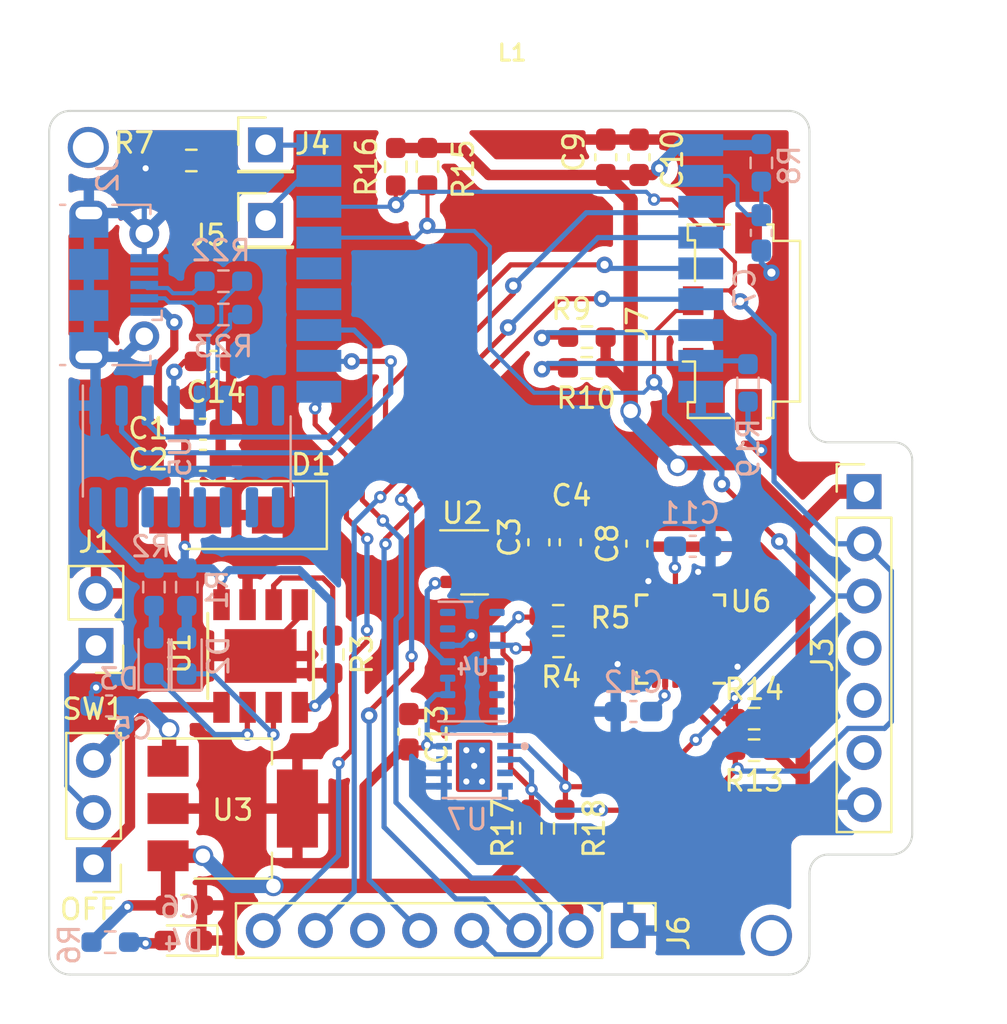
<source format=kicad_pcb>
(kicad_pcb (version 20240108) (generator "pcbnew") (generator_version "8.0")
  (layers (0 "F.Cu" signal) (31 "B.Cu" signal) (34 "B.Paste" user) (35 "F.Paste" user) (36 "B.SilkS" user "底层丝印层") (37 "F.SilkS" user "顶层丝印层") (38 "B.Mask" user) (39 "F.Mask" user) (44 "Edge.Cuts" user))
  (net 0 "")
  (net 1 "+5V")
  (net 2 "GNDA")
  (net 3 "+3V3")
  (net 4 "/VBAT_3.7")
  (net 5 "/C3REST")
  (net 6 "Net-(C11-Pad1)")
  (net 7 "GNDD")
  (net 8 "Net-(C12-Pad1)")
  (net 9 "Net-(D2-Pad1)")
  (net 10 "Net-(D2-Pad2)")
  (net 11 "Net-(D3-Pad1)")
  (net 12 "Net-(D3-Pad2)")
  (net 13 "Net-(D4-Pad2)")
  (net 14 "Net-(J1-Pad1)")
  (net 15 "/USB_D-")
  (net 16 "/USB_D+")
  (net 18 "/GPIO2")
  (net 19 "/GPIO3")
  (net 23 "/GPIO0")
  (net 24 "/GPIO1")
  (net 25 "/GPIO7")
  (net 26 "/GPIO6")
  (net 27 "/GPIO5")
  (net 29 "/GPIO4")
  (net 30 "/GPIO10")
  (net 33 "Net-(R3-Pad1)")
  (net 34 "Net-(R4-Pad2)")
  (net 35 "/GPIO8")
  (net 36 "/GPIO9")
  (net 37 "/MCU_D-")
  (net 38 "/MCU_D+")
  (net 39 "Net-(SW1-Pad1)")
  (net 41 "/U0RXD")
  (net 42 "/U0TXD")
  (net 47 "unconnected-(U7-Pad9)")
  (net 57 "/CH_D+")
  (net 58 "/CH_D-")
  (net 59 "Net-(C14-Pad1)")
  (footprint "Capacitor_SMD:C_0603_1608Metric_Pad1.08x0.95mm_HandSolder" (layer "F.Cu") (at 86.341069 106.46547 90)
    (property "Reference" "C4")
    (property "Value" "10uf")
  )
  (footprint "Connector_PinHeader_2.54mm:PinHeader_1x01_P2.54mm_Vertical" (layer "F.Cu") (at 71.501 87.122)
    (property "Reference" "J4")
    (property "Value" "Conn_01x01")
  )
  (footprint "Diode_SMD:D_SMA_Handsoldering" (layer "F.Cu") (at 70.084 105.141 180)
    (property "Reference" "D1")
    (property "Value" "TVS_SMAJ5")
  )
  (footprint "Package_SO:Diodes_SO-8EP" (layer "F.Cu") (at 71.259 112 -90)
    (property "Reference" "U1")
    (property "Value" "TP4056")
  )
  (footprint "Connector_PinHeader_2.54mm:PinHeader_1x08_P2.54mm_Vertical" (layer "F.Cu") (at 89.167 125.362 -90)
    (property "Reference" "J6")
    (property "Value" "LCD_8Pin")
  )
  (footprint "" (layer "F.Cu") (at 96.139 125.603)
    (property "Reference" "")
    (property "Value" "")
  )
  (footprint "Capacitor_SMD:C_0603_1608Metric_Pad1.08x0.95mm_HandSolder" (layer "F.Cu") (at 68.453 100.965)
    (property "Reference" "C1")
    (property "Value" "0.1uf")
  )
  (footprint "Resistor_SMD:R_0603_1608Metric_Pad0.98x0.95mm_HandSolder" (layer "F.Cu") (at 85.768 111.534)
    (property "Reference" "R4")
    (property "Value" "x")
  )
  (footprint "Capacitor_SMD:C_0603_1608Metric_Pad1.08x0.95mm_HandSolder" (layer "F.Cu") (at 89.692 87.728 90)
    (property "Reference" "C10")
    (property "Value" "10uf")
  )
  (footprint "Resistor_SMD:R_0603_1608Metric_Pad0.98x0.95mm_HandSolder" (layer "F.Cu") (at 87.151979 96.481079 180)
    (property "Reference" "R9")
    (property "Value" "10K")
  )
  (footprint "Capacitor_SMD:C_0603_1608Metric_Pad1.08x0.95mm_HandSolder" (layer "F.Cu") (at 68.961 97.663)
    (property "Reference" "C14")
    (property "Value" "0.1uf")
  )
  (footprint "Resistor_SMD:R_0603_1608Metric_Pad0.98x0.95mm_HandSolder" (layer "F.Cu") (at 74.771 111.922 -90)
    (property "Reference" "R3")
    (property "Value" "4.7K")
  )
  (footprint "Resistor_SMD:R_0603_1608Metric_Pad0.98x0.95mm_HandSolder" (layer "F.Cu") (at 95.297969 115.050986)
    (property "Reference" "R14")
    (property "Value" "x")
  )
  (footprint "Package_TO_SOT_SMD:SOT-23" (layer "F.Cu") (at 81.682 107.444)
    (property "Reference" "U2")
    (property "Value" "XC6206-1.8")
  )
  (footprint "LED_SMD:LED_0603_1608Metric_Pad1.05x0.95mm_HandSolder" (layer "F.Cu") (at 67.495947 125.848 180)
    (property "Reference" "D4")
    (property "Value" "PWR")
  )
  (footprint "Resistor_SMD:R_0603_1608Metric_Pad0.98x0.95mm_HandSolder" (layer "F.Cu") (at 67.884 87.884 180)
    (property "Reference" "R7")
    (property "Value" "0")
  )
  (footprint "Resistor_SMD:R_0603_1608Metric_Pad0.98x0.95mm_HandSolder" (layer "F.Cu") (at 87.14166 97.975057 180)
    (property "Reference" "R10")
    (property "Value" "10K")
  )
  (footprint "Connector_PinHeader_2.54mm:PinHeader_1x03_P2.54mm_Vertical" (layer "F.Cu") (at 63.121 122.16 180)
    (property "Reference" "SW1")
    (property "Value" "SW_SPDT")
  )
  (footprint "Capacitor_SMD:C_0603_1608Metric_Pad1.08x0.95mm_HandSolder" (layer "F.Cu") (at 89.584 106.531 90)
    (property "Reference" "C8")
    (property "Value" "0.1uf")
  )
  (footprint "Connector_PinHeader_2.54mm:PinHeader_1x02_P2.54mm_Vertical" (layer "F.Cu") (at 63.238 111.492 180)
    (property "Reference" "J1")
    (property "Value" "Conn_01x02")
  )
  (footprint "Package_TO_SOT_SMD:SOT-223-3_TabPin2" (layer "F.Cu") (at 69.901 119.425)
    (property "Reference" "U3")
    (property "Value" "TC1262-33")
  )
  (footprint "Capacitor_SMD:C_0603_1608Metric_Pad1.08x0.95mm_HandSolder" (layer "F.Cu") (at 84.812 106.468 90)
    (property "Reference" "C3")
    (property "Value" "0.1uf")
  )
  (footprint "Resistor_SMD:R_0603_1608Metric_Pad0.98x0.95mm_HandSolder" (layer "F.Cu") (at 95.294 116.584)
    (property "Reference" "R13")
    (property "Value" "x")
  )
  (footprint "Connector_PinHeader_2.54mm:PinHeader_1x01_P2.54mm_Vertical" (layer "F.Cu") (at 71.501 90.805)
    (property "Reference" "J5")
    (property "Value" "Conn_01x01")
  )
  (footprint "Capacitor_SMD:C_0603_1608Metric_Pad1.08x0.95mm_HandSolder" (layer "F.Cu") (at 78.479 115.687 90)
    (property "Reference" "C13")
    (property "Value" "0.1uf")
  )
  (footprint "Resistor_SMD:R_0603_1608Metric_Pad0.98x0.95mm_HandSolder" (layer "F.Cu") (at 86.071899 120.392717 -90)
    (property "Reference" "R18")
    (property "Value" "x")
  )
  (footprint "Connector_PinHeader_2.54mm:PinHeader_1x07_P2.54mm_Vertical" (layer "F.Cu") (at 100.649 104)
    (property "Reference" "J3")
    (property "Value" "MAX30102_Module")
  )
  (footprint "Sensor_Motion:InvenSense_QFN-24_4x4mm_P0.5mm" (layer "F.Cu") (at 91.713 111.177 180)
    (property "Reference" "U6")
    (property "Value" "MPU-6050")
  )
  (footprint "Resistor_SMD:R_0603_1608Metric_Pad0.98x0.95mm_HandSolder" (layer "F.Cu") (at 84.419798 120.386434 -90)
    (property "Reference" "R17")
    (property "Value" "x")
  )
  (footprint "Resistor_SMD:R_0603_1608Metric_Pad0.98x0.95mm_HandSolder" (layer "F.Cu") (at 79.385999 88.182621 90)
    (property "Reference" "R15")
    (property "Value" "4.7k")
  )
  (footprint "Resistor_SMD:R_0603_1608Metric_Pad0.98x0.95mm_HandSolder" (layer "F.Cu") (at 77.841112 88.189 90)
    (property "Reference" "R16")
    (property "Value" "4.7k")
  )
  (footprint "" (layer "F.Cu") (at 62.865 87.249)
    (property "Reference" "")
    (property "Value" "")
  )
  (footprint "Capacitor_SMD:C_0603_1608Metric_Pad1.08x0.95mm_HandSolder" (layer "F.Cu") (at 88.071 87.728 90)
    (property "Reference" "C9")
    (property "Value" "0.1uf")
  )
  (footprint "Resistor_SMD:R_0603_1608Metric_Pad0.98x0.95mm_HandSolder" (layer "F.Cu") (at 85.755 110.045)
    (property "Reference" "R5")
    (property "Value" "x")
  )
  (footprint "Capacitor_SMD:C_0603_1608Metric_Pad1.08x0.95mm_HandSolder" (layer "F.Cu") (at 68.453087 102.479585)
    (property "Reference" "C2")
    (property "Value" "10uf")
  )
  (footprint "Connector_FFC-FPC:Molex_200528-0040_1x04-1MP_P1.00mm_Horizontal" (layer "F.Cu") (at 93.236 95.708 90)
    (property "Reference" "J7")
    (property "Value" "LCD_CTP")
  )
  (footprint "Capacitor_SMD:C_0603_1608Metric_Pad1.08x0.95mm_HandSolder" (layer "F.Cu") (at 67.542 124.139)
    (property "Reference" "C6")
    (property "Value" "1uf")
  )
  (footprint "LED_SMD:LED_0603_1608Metric_Pad1.05x0.95mm_HandSolder" (layer "B.Cu") (at 67.653 111.995 90)
    (property "Reference" "D2")
    (property "Value" "CHG")
  )
  (footprint "Connector_USB:USB_Micro-B_Molex-105017-0001" (layer "B.Cu") (at 64.13 93.941 90)
    (property "Reference" "J2")
    (property "Value" "USB_B_Micro")
  )
  (footprint "Resistor_SMD:R_0603_1608Metric_Pad0.98x0.95mm_HandSolder" (layer "B.Cu") (at 67.664477 108.65 90)
    (property "Reference" "R2")
    (property "Value" "1k")
  )
  (footprint "symbols:SON65P300X300X80-9N" (layer "B.Cu") (at 81.678 117.366 180)
    (property "Reference" "U7")
    (property "Value" "MAX30205MTA+T")
  )
  (footprint "LED_SMD:LED_0603_1608Metric_Pad1.05x0.95mm_HandSolder" (layer "B.Cu") (at 66.052 111.986 90)
    (property "Reference" "D3")
    (property "Value" "STD")
  )
  (footprint "Resistor_SMD:R_0603_1608Metric_Pad0.98x0.95mm_HandSolder" (layer "B.Cu") (at 69.446 95.381)
    (property "Reference" "R23")
    (property "Value" "0")
  )
  (footprint "ESP-13:ESP-C3-13" (layer "B.Cu") (at 83.397032 90.136787 180)
    (property "Reference" "L1")
    (property "Value" "ESP-C3-13-4M")
  )
  (footprint "Resistor_SMD:R_0603_1608Metric_Pad0.98x0.95mm_HandSolder" (layer "B.Cu") (at 69.446 93.76)
    (property "Reference" "R22")
    (property "Value" "0")
  )
  (footprint "Resistor_SMD:R_0603_1608Metric_Pad0.98x0.95mm_HandSolder" (layer "B.Cu") (at 94.996 98.706624 90)
    (property "Reference" "R19")
    (property "Value" "x")
  )
  (footprint "Resistor_SMD:R_0603_1608Metric_Pad0.98x0.95mm_HandSolder" (layer "B.Cu") (at 95.647628 88.001 -90)
    (property "Reference" "R8")
    (property "Value" "10K")
  )
  (footprint "Capacitor_SMD:C_0603_1608Metric_Pad1.08x0.95mm_HandSolder" (layer "B.Cu") (at 63.878 114.432 180)
    (property "Reference" "C5")
    (property "Value" "1uf")
  )
  (footprint "Capacitor_SMD:C_0603_1608Metric_Pad1.08x0.95mm_HandSolder" (layer "B.Cu") (at 92.307 106.662)
    (property "Reference" "C11")
    (property "Value" "0.1uf")
  )
  (footprint "Resistor_SMD:R_0603_1608Metric_Pad0.98x0.95mm_HandSolder" (layer "B.Cu") (at 66.063 108.648194 90)
    (property "Reference" "R1")
    (property "Value" "1k")
  )
  (footprint "Package_SO:SOIC-16_3.9x9.9mm_P1.27mm" (layer "B.Cu") (at 67.662 102.289 -90)
    (property "Reference" "U5")
    (property "Value" "CH340C")
  )
  (footprint "OptoDevice:Maxim_OLGA-14_3.3x5.6mm_P0.8mm" (layer "B.Cu") (at 81.569 112.281 180)
    (property "Reference" "U4")
    (property "Value" "MAX30102")
  )
  (footprint "Capacitor_SMD:C_0603_1608Metric_Pad1.08x0.95mm_HandSolder" (layer "B.Cu") (at 89.418 114.705 180)
    (property "Reference" "C12")
    (property "Value" "10uf")
  )
  (footprint "Capacitor_SMD:C_0603_1608Metric_Pad1.08x0.95mm_HandSolder" (layer "B.Cu") (at 95.645375 91.407309 -90)
    (property "Reference" "C7")
    (property "Value" "1uf")
  )
  (footprint "Resistor_SMD:R_0603_1608Metric_Pad0.98x0.95mm_HandSolder" (layer "B.Cu") (at 63.934 125.927388)
    (property "Reference" "R6")
    (property "Value" "10k")
  )
  (gr_line (start 102.997 120.65) (end 102.997 102.489) (stroke (width 0.1)) (layer "Edge.Cuts"))
  (gr_line (start 61.976 85.471) (end 96.976 85.471) (stroke (width 0.1)) (layer "Edge.Cuts"))
  (gr_line (start 60.96 126.487) (end 60.96 86.487) (stroke (width 0.1)) (layer "Edge.Cuts"))
  (gr_arc (start 97.993906 122.592365) (mid 98.261966 121.924927) (end 98.933 121.666) (stroke (width 0.1)) (layer "Edge.Cuts"))
  (gr_arc (start 102.108 101.6) (mid 102.740878 101.856122) (end 102.997 102.489) (stroke (width 0.1)) (layer "Edge.Cuts"))
  (gr_arc (start 98.933 101.6) (mid 98.278382 101.350387) (end 97.992 100.711) (stroke (width 0.1)) (layer "Edge.Cuts"))
  (gr_line (start 97.992 126.487) (end 97.993906 122.592365) (stroke (width 0.1)) (layer "Edge.Cuts"))
  (gr_arc (start 102.997 120.65) (mid 102.69942 121.36842) (end 101.981 121.666) (stroke (width 0.1)) (layer "Edge.Cuts"))
  (gr_arc (start 97.992 126.487) (mid 97.69442 127.20542) (end 96.976 127.503) (stroke (width 0.1)) (layer "Edge.Cuts"))
  (gr_arc (start 96.976 85.471) (mid 97.69442 85.76858) (end 97.992 86.487) (stroke (width 0.1)) (layer "Edge.Cuts"))
  (gr_line (start 98.933 101.6) (end 102.108 101.6) (stroke (width 0.1)) (layer "Edge.Cuts"))
  (gr_line (start 96.976 127.503) (end 61.976 127.503) (stroke (width 0.1)) (layer "Edge.Cuts"))
  (gr_arc (start 61.976 127.503) (mid 61.25758 127.20542) (end 60.96 126.487) (stroke (width 0.1)) (layer "Edge.Cuts"))
  (gr_line (start 97.992 86.487) (end 97.992 100.711) (stroke (width 0.1)) (layer "Edge.Cuts"))
  (gr_line (start 98.933 121.666) (end 101.981 121.666) (stroke (width 0.1)) (layer "Edge.Cuts"))
  (gr_arc (start 60.96 86.487) (mid 61.25758 85.76858) (end 61.976 85.471) (stroke (width 0.1)) (layer "Edge.Cuts"))
  (gr_text "OFF" (at 62.865 124.333 0) (layer "F.SilkS") (effects (font (size 1 1))))
  (segment (start 67.5905 100.965) (end 67.5905 102.479498) (width 0.4) (layer "F.Cu") (net 1))
  (segment (start 67.5905 102.479498) (end 67.590587 102.479585) (width 0.4) (layer "F.Cu") (net 1))
  (segment (start 67.584 105.141) (end 67.584 106.66) (width 0.4) (layer "F.Cu") (net 1))
  (segment (start 67.590587 102.479585) (end 67.584 102.486172) (width 0.4) (layer "F.Cu") (net 1))
  (segment (start 69.342 108.204) (end 69.342 109.4905) (width 0.4) (layer "F.Cu") (net 1))
  (segment (start 73.8435 114.4975) (end 73.164 114.4975) (width 0.4) (layer "F.Cu") (net 1))
  (segment (start 67.056 97.04032) (end 67.056 95.758) (width 0.4) (layer "F.Cu") (net 1))
  (segment (start 67.056 97.04032) (end 66.256489 97.839831) (width 0.4) (layer "F.Cu") (net 1))
  (segment (start 73.914 114.427) (end 73.8435 114.4975) (width 0.4) (layer "F.Cu") (net 1))
  (segment (start 67.584 106.66) (end 67.564 106.68) (width 0.4) (layer "F.Cu") (net 1))
  (segment (start 66.256489 97.839831) (end 66.256489 99.630989) (width 0.4) (layer "F.Cu") (net 1))
  (segment (start 67.584 102.486172) (end 67.584 105.141) (width 0.4) (layer "F.Cu") (net 1))
  (segment (start 69.342 109.4905) (end 69.354 109.5025) (width 0.4) (layer "F.Cu") (net 1))
  (segment (start 66.256489 99.630989) (end 67.5905 100.965) (width 0.4) (layer "F.Cu") (net 1))
  (via (at 67.056 95.758) (size 0.8) (drill 0.4) (layers "F.Cu" "B.Cu") (net 1))
  (via (at 69.342 108.204) (size 0.6) (drill 0.3) (layers "F.Cu" "B.Cu") (net 1))
  (via (at 73.914 114.427) (size 0.6) (drill 0.3) (layers "F.Cu" "B.Cu") (net 1))
  (via (at 67.564 106.68) (size 0.6) (drill 0.3) (layers "F.Cu" "B.Cu") (net 1))
  (segment (start 66.063 107.735694) (end 67.662671 107.735694) (width 0.4) (layer "B.Cu") (net 1))
  (segment (start 66.063 107.735694) (end 65.317694 107.735694) (width 0.4) (layer "B.Cu") (net 1))
  (segment (start 67.564 106.68) (end 67.564 107.637023) (width 0.4) (layer "B.Cu") (net 1))
  (segment (start 74.676 109.347) (end 74.676 113.665) (width 0.4) (layer "B.Cu") (net 1))
  (segment (start 65.317694 107.735694) (end 63.217 105.635) (width 0.4) (layer "B.Cu") (net 1))
  (segment (start 67.564 107.637023) (end 67.664477 107.7375) (width 0.4) (layer "B.Cu") (net 1))
  (segment (start 69.342 108.204) (end 69.723 107.823) (width 0.4) (layer "B.Cu") (net 1))
  (segment (start 69.342 108.204) (end 68.8755 107.7375) (width 0.4) (layer "B.Cu") (net 1))
  (segment (start 66.539 95.241) (end 67.056 95.758) (width 0.4) (layer "B.Cu") (net 1))
  (segment (start 65.5925 95.241) (end 66.539 95.241) (width 0.4) (layer "B.Cu") (net 1))
  (segment (start 74.676 113.665) (end 73.914 114.427) (width 0.4) (layer "B.Cu") (net 1))
  (segment (start 73.152 107.823) (end 74.676 109.347) (width 0.4) (layer "B.Cu") (net 1))
  (segment (start 69.723 107.823) (end 73.152 107.823) (width 0.4) (layer "B.Cu") (net 1))
  (segment (start 63.217 105.635) (end 63.217 104.764) (width 0.4) (layer "B.Cu") (net 1))
  (segment (start 68.8755 107.7375) (end 67.664477 107.7375) (width 0.4) (layer "B.Cu") (net 1))
  (segment (start 74.771 112.8345) (end 72.0935 112.8345) (width 0.508) (layer "F.Cu") (net 2))
  (segment (start 72.0935 112.8345) (end 71.259 112) (width 0.254) (layer "F.Cu") (net 2))
  (segment (start 73.164 110.095) (end 71.259 112) (width 0.254) (layer "F.Cu") (net 2))
  (segment (start 75.048511 113.112011) (end 74.771 112.8345) (width 0.254) (layer "F.Cu") (net 2))
  (segment (start 73.164 109.5025) (end 73.164 110.095) (width 0.254) (layer "F.Cu") (net 2))
  (via (at 96.139 93.345) (size 0.8) (drill 0.4) (layers "F.Cu" "B.Cu") (net 2))
  (via (at 81.534 110.998) (size 0.6) (drill 0.3) (layers "F.Cu" "B.Cu") (net 2))
  (via (at 95.6395 101.981) (size 0.6) (drill 0.3) (layers "F.Cu" "B.Cu") (net 2))
  (via (at 63.246 113.538) (size 0.6) (drill 0.3) (layers "F.Cu" "B.Cu") (net 2))
  (segment (start 95.645375 92.851375) (end 95.645375 92.269809) (width 0.25) (layer "B.Cu") (net 2))
  (segment (start 63.0155 113.7685) (end 63.0155 114.432) (width 0.25) (layer "B.Cu") (net 2))
  (segment (start 94.996 101.3375) (end 94.996 99.619124) (width 0.254) (layer "B.Cu") (net 2))
  (segment (start 81.534 110.998) (end 81.051 111.481) (width 0.254) (layer "B.Cu") (net 2))
  (segment (start 63.246 113.538) (end 63.0155 113.7685) (width 0.25) (layer "B.Cu") (net 2))
  (segment (start 81.051 111.481) (end 80.369 111.481) (width 0.254) (layer "B.Cu") (net 2))
  (segment (start 95.6395 101.981) (end 94.996 101.3375) (width 0.254) (layer "B.Cu") (net 2))
  (segment (start 96.139 93.345) (end 95.645375 92.851375) (width 0.25) (layer "B.Cu") (net 2))
  (segment (start 95.377 106.68) (end 93.599 108.458) (width 0.254) (layer "F.Cu") (net 3))
  (segment (start 76.327 123.19) (end 82.169 123.19) (width 0.7) (layer "F.Cu") (net 3))
  (segment (start 89.51847 109.68247) (end 89.763 109.927) (width 0.254) (layer "F.Cu") (net 3))
  (segment (start 82.3675 88.5905) (end 81.0535 87.2765) (width 0.508) (layer "F.Cu") (net 3))
  (segment (start 97.663 120.015) (end 97.663 117.983) (width 0.7) (layer "F.Cu") (net 3))
  (segment (start 85.344 123.19) (end 85.471 123.19) (width 0.7) (layer "F.Cu") (net 3))
  (segment (start 92.739165 108.458) (end 92.463 108.734165) (width 0.254) (layer "F.Cu") (net 3))
  (segment (start 99.327 104) (end 100.649 104) (width 0.7) (layer "F.Cu") (net 3))
  (segment (start 64.837 124.139) (end 66.6795 124.139) (width 0.508) (layer "F.Cu") (net 3))
  (segment (start 96.264 116.584) (end 97.663 117.983) (width 0.508) (layer "F.Cu") (net 3))
  (segment (start 64.77 124.206) (end 64.837 124.139) (width 0.508) (layer "F.Cu") (net 3))
  (segment (start 79.375 116.332) (end 79.2315 116.4755) (width 0.254) (layer "F.Cu") (net 3))
  (segment (start 90.678 88.265) (end 90.3525 88.5905) (width 0.508) (layer "F.Cu") (net 3))
  (segment (start 76.327 118.36875) (end 76.327 123.19) (width 0.508) (layer "F.Cu") (net 3))
  (segment (start 89.51847 107.32797) (end 89.51847 109.68247) (width 0.254) (layer "F.Cu") (net 3))
  (segment (start 81.0535 87.2765) (end 77.841112 87.2765) (width 0.508) (layer "F.Cu") (net 3))
  (segment (start 90.3525 88.5905) (end 88.071 88.5905) (width 0.508) (layer "F.Cu") (net 3))
  (segment (start 89.281 100.076) (end 89.281 90.9435) (width 0.7) (layer "F.Cu") (net 3))
  (segment (start 94.615 102.616) (end 97.663 105.664) (width 0.7) (layer "F.Cu") (net 3))
  (segment (start 66.751 121.725) (end 68.451 121.725) (width 0.7) (layer "F.Cu") (net 3))
  (segment (start 97.663 108.839) (end 95.504 106.68) (width 0.508) (layer "F.Cu") (net 3))
  (segment (start 66.751 123.9405) (end 66.5525 124.139) (width 0.508) (layer "F.Cu") (net 3))
  (segment (start 89.281 89.8005) (end 89.281 91.44) (width 0.7) (layer "F.Cu") (net 3))
  (segment (start 95.504 106.68) (end 90.2975 106.68) (width 0.508) (layer "F.Cu") (net 3))
  (segment (start 78.22025 116.4755) (end 76.327 118.36875) (width 0.508) (layer "F.Cu") (net 3))
  (segment (start 88.071 88.5905) (end 89.281 89.8005) (width 0.7) (layer "F.Cu") (net 3))
  (segment (start 84.074 123.19) (end 85.344 123.19) (width 0.7) (layer "F.Cu") (net 3))
  (segment (start 85.344 123.19) (end 94.488 123.19) (width 0.7) (layer "F.Cu") (net 3))
  (segment (start 96.2065 116.584) (end 96.264 116.584) (width 0.7) (layer "F.Cu") (net 3))
  (segment (start 88.071 88.5905) (end 82.3675 88.5905) (width 0.508) (layer "F.Cu") (net 3))
  (segment (start 85.471 123.19) (end 86.627 124.346) (width 0.7) (layer "F.Cu") (net 3))
  (segment (start 96.2065 116.584) (end 96.2065 115.054955) (width 0.7) (layer "F.Cu") (net 3))
  (segment (start 82.6195 107.444) (end 86.225039 107.444) (width 0.508) (layer "F.Cu") (net 3))
  (segment (start 79.2315 116.4755) (end 78.606 116.4755) (width 0.254) (layer "F.Cu") (net 3))
  (segment (start 88.064479 97.964738) (end 88.05416 97.975057) (width 0.508) (layer "F.Cu") (net 3))
  (segment (start 96.2065 115.054955) (end 96.210469 115.050986) (width 0.7) (layer "F.Cu") (net 3))
  (segment (start 82.528732 123.19) (end 82.169 123.19) (width 0.508) (layer "F.Cu") (net 3))
  (segment (start 89.281 99.06) (end 88.196057 97.975057) (width 0.7) (layer "F.Cu") (net 3))
  (segment (start 86.627 124.346) (end 86.627 125.362) (width 0.7) (layer "F.Cu") (net 3))
  (segment (start 71.882 123.19) (end 76.327 123.19) (width 0.7) (layer "F.Cu") (net 3))
  (segment (start 97.663 116.84) (end 97.663 108.712) (width 0.7) (layer "F.Cu") (net 3))
  (segment (start 82.528732 123.19) (end 84.413515 121.305217) (width 0.7) (layer "F.Cu") (net 3))
  (segment (start 84.413515 121.305217) (end 86.071899 121.305217) (width 0.7) (layer "F.Cu") (net 3))
  (segment (start 88.064479 96.481079) (end 88.064479 97.964738) (width 0.508) (layer "F.Cu") (net 3))
  (segment (start 86.341069 107.32797) (end 89.51847 107.32797) (width 0.508) (layer "F.Cu") (net 3))
  (segment (start 91.694 102.616) (end 94.615 102.616) (width 0.7) (layer "F.Cu") (net 3))
  (segment (start 97.663 105.664) (end 99.327 104) (width 0.7) (layer "F.Cu") (net 3))
  (segment (start 94.488 123.19) (end 97.663 120.015) (width 0.7) (layer "F.Cu") (net 3))
  (segment (start 91.567 102.743) (end 91.694 102.616) (width 0.7) (layer "F.Cu") (net 3))
  (segment (start 90.2975 106.68) (end 89.584 107.3935) (width 0.508) (layer "F.Cu") (net 3))
  (segment (start 97.663 108.712) (end 97.663 105.664) (width 0.7) (layer "F.Cu") (net 3))
  (segment (start 86.225039 107.444) (end 86.341069 107.32797) (width 0.508) (layer "F.Cu") (net 3))
  (segment (start 93.599 108.458) (end 92.739165 108.458) (width 0.254) (layer "F.Cu") (net 3))
  (segment (start 78.606 116.4755) (end 78.22025 116.4755) (width 0.508) (layer "F.Cu") (net 3))
  (segment (start 97.663 117.983) (end 97.663 116.84) (width 0.7) (layer "F.Cu") (net 3))
  (segment (start 66.751 121.725) (end 66.751 123.9405) (width 0.7) (layer "F.Cu") (net 3))
  (segment (start 92.463 108.734165) (end 92.463 109.227) (width 0.254) (layer "F.Cu") (net 3))
  (segment (start 82.169 123.19) (end 84.074 123.19) (width 0.7) (layer "F.Cu") (net 3))
  (segment (start 88.196057 97.975057) (end 88.05416 97.975057) (width 0.7) (layer "F.Cu") (net 3))
  (via (at 64.77 124.206) (size 0.6) (drill 0.3) (layers "F.Cu" "B.Cu") (net 3))
  (via (at 71.882 123.19) (size 1) (drill 0.7) (layers "F.Cu" "B.Cu") (net 3))
  (via (at 68.451 121.725) (size 1) (drill 0.7) (layers "F.Cu" "B.Cu") (net 3))
  (via (at 90.678 88.265) (size 0.8) (drill 0.4) (layers "F.Cu" "B.Cu") (net 3))
  (via (at 89.281 100.076) (size 1) (drill 0.7) (layers "F.Cu" "B.Cu") (net 3))
  (via (at 79.375 116.332) (size 0.6) (drill 0.3) (layers "F.Cu" "B.Cu") (net 3))
  (via (at 91.567 102.743) (size 1) (drill 0.7) (layers "F.Cu" "B.Cu") (net 3))
  (segment (start 64.77 124.206) (end 64.742888 124.206) (width 0.508) (layer "B.Cu") (net 3))
  (segment (start 90.678 88.123197) (end 91.66441 87.136787) (width 0.508) (layer "B.Cu") (net 3))
  (segment (start 69.916 123.19) (end 68.451 121.725) (width 0.7) (layer "B.Cu") (net 3))
  (segment (start 80.369 113.081) (end 80.369 113.881) (width 0.254) (layer "B.Cu") (net 3))
  (segment (start 71.882 123.19) (end 69.916 123.19) (width 0.7) (layer "B.Cu") (net 3))
  (segment (start 79.375 114.3) (end 79.794 113.881) (width 0.254) (layer "B.Cu") (net 3))
  (segment (start 89.281 100.457) (end 91.567 102.743) (width 0.7) (layer "B.Cu") (net 3))
  (segment (start 64.742888 124.206) (end 63.0215 125.927388) (width 0.508) (layer "B.Cu") (net 3))
  (segment (start 79.375 116.332) (end 79.434 116.391) (width 0.254) (layer "B.Cu") (net 3))
  (segment (start 92.697032 87.136787) (end 95.599341 87.136787) (width 0.508) (layer "B.Cu") (net 3))
  (segment (start 91.66441 87.136787) (end 92.697032 87.136787) (width 0.508) (layer "B.Cu") (net 3))
  (segment (start 95.599341 87.136787) (end 95.647628 87.0885) (width 0.508) (layer "B.Cu") (net 3))
  (segment (start 79.375 116.332) (end 79.375 114.3) (width 0.254) (layer "B.Cu") (net 3))
  (segment (start 89.281 100.076) (end 89.281 100.457) (width 0.7) (layer "B.Cu") (net 3))
  (segment (start 90.678 88.265) (end 90.678 88.123197) (width 0.508) (layer "B.Cu") (net 3))
  (segment (start 79.434 116.391) (end 80.193 116.391) (width 0.254) (layer "B.Cu") (net 3))
  (segment (start 79.794 113.881) (end 80.369 113.881) (width 0.254) (layer "B.Cu") (net 3))
  (segment (start 66.802 115.57) (end 66.802 117.094) (width 0.7) (layer "F.Cu") (net 4))
  (segment (start 66.782 117.094) (end 66.751 117.125) (width 0.254) (layer "F.Cu") (net 4))
  (segment (start 66.802 117.094) (end 66.782 117.094) (width 0.254) (layer "F.Cu") (net 4))
  (via (at 66.802 115.57) (size 1) (drill 0.7) (layers "F.Cu" "B.Cu") (net 4))
  (segment (start 66.802 115.57) (end 65.664 114.432) (width 0.7) (layer "B.Cu") (net 4))
  (segment (start 65.664 114.432) (end 64.7405 114.432) (width 0.7) (layer "B.Cu") (net 4))
  (segment (start 64.7405 114.432) (end 64.7405 115.4605) (width 0.7) (layer "B.Cu") (net 4))
  (segment (start 64.7405 115.4605) (end 63.121 117.08) (width 0.7) (layer "B.Cu") (net 4))
  (segment (start 94.097787 88.636787) (end 94.488 89.027) (width 0.2) (layer "B.Cu") (net 5))
  (segment (start 95.647628 90.542556) (end 95.645375 90.544809) (width 0.2) (layer "B.Cu") (net 5))
  (segment (start 94.488 89.027) (end 94.488 90.043) (width 0.2) (layer "B.Cu") (net 5))
  (segment (start 95.647628 88.9135) (end 95.647628 90.542556) (width 0.2) (layer "B.Cu") (net 5))
  (segment (start 94.989809 90.544809) (end 95.645375 90.544809) (width 0.2) (layer "B.Cu") (net 5))
  (segment (start 92.697032 88.636787) (end 94.097787 88.636787) (width 0.2) (layer "B.Cu") (net 5))
  (segment (start 94.488 90.043) (end 94.989809 90.544809) (width 0.2) (layer "B.Cu") (net 5))
  (segment (start 91.44 107.696) (end 91.463 107.719) (width 0.254) (layer "F.Cu") (net 6))
  (segment (start 91.463 107.719) (end 91.463 109.227) (width 0.254) (layer "F.Cu") (net 6))
  (via (at 91.44 107.696) (size 0.6) (drill 0.3) (layers "F.Cu" "B.Cu") (net 6))
  (segment (start 91.44 107.696) (end 91.44 106.6665) (width 0.254) (layer "B.Cu") (net 6))
  (segment (start 91.44 106.6665) (end 91.4445 106.662) (width 0.254) (layer "B.Cu") (net 6))
  (segment (start 91.963 108.515133) (end 91.963 109.227) (width 0.254) (layer "F.Cu") (net 7))
  (segment (start 66.9715 87.884) (end 66.04 87.884) (width 0.254) (layer "F.Cu") (net 7))
  (segment (start 89.763 112.427) (end 88.678 112.427) (width 0.254) (layer "F.Cu") (net 7))
  (segment (start 92.569766 107.906949) (end 92.569766 107.908367) (width 0.254) (layer "F.Cu") (net 7))
  (segment (start 90.768527 108.356436) (end 90.963 108.550909) (width 0.254) (layer "F.Cu") (net 7))
  (segment (start 66.04 87.884) (end 65.659 88.265) (width 0.254) (layer "F.Cu") (net 7))
  (segment (start 90.14497 108.356436) (end 90.768527 108.356436) (width 0.254) (layer "F.Cu") (net 7))
  (segment (start 92.569766 107.908367) (end 91.963 108.515133) (width 0.254) (layer "F.Cu") (net 7))
  (segment (start 94.393 112.427) (end 94.488 112.522) (width 0.254) (layer "F.Cu") (net 7))
  (segment (start 93.663 112.427) (end 94.393 112.427) (width 0.254) (layer "F.Cu") (net 7))
  (segment (start 90.963 108.550909) (end 90.963 109.227) (width 0.254) (layer "F.Cu") (net 7))
  (segment (start 88.678 112.427) (end 88.646 112.395) (width 0.254) (layer "F.Cu") (net 7))
  (via (at 94.488 112.522) (size 0.6) (drill 0.3) (layers "F.Cu" "B.Cu") (net 7))
  (via (at 92.569766 107.906949) (size 0.5) (drill 0.3) (layers "F.Cu" "B.Cu") (net 7))
  (via (at 65.659 88.265) (size 0.6) (drill 0.3) (layers "F.Cu" "B.Cu") (net 7))
  (via (at 88.646 112.395) (size 0.6) (drill 0.3) (layers "F.Cu" "B.Cu") (net 7))
  (via (at 90.14497 108.356436) (size 0.6) (drill 0.3) (layers "F.Cu" "B.Cu") (net 7))
  (segment (start 65.659 88.265) (end 65.5925 88.3315) (width 0.254) (layer "B.Cu") (net 7))
  (segment (start 65.5925 92.641) (end 65.5925 91.441) (width 0.254) (layer "B.Cu") (net 7))
  (segment (start 62.8925 97.441) (end 63.217 97.7655) (width 0.508) (layer "B.Cu") (net 7))
  (segment (start 65.5925 88.3315) (end 65.5925 91.441) (width 0.254) (layer "B.Cu") (net 7))
  (segment (start 63.217 97.7655) (end 63.217 99.814) (width 0.508) (layer "B.Cu") (net 7))
  (segment (start 90.963 113.888) (end 90.963 113.127) (width 0.254) (layer "F.Cu") (net 8))
  (segment (start 90.932 113.919) (end 90.963 113.888) (width 0.254) (layer "F.Cu") (net 8))
  (via (at 90.932 113.919) (size 0.6) (drill 0.3) (layers "F.Cu" "B.Cu") (net 8))
  (segment (start 90.932 114.0535) (end 90.2805 114.705) (width 0.254) (layer "B.Cu") (net 8))
  (segment (start 90.932 113.919) (end 90.932 114.0535) (width 0.254) (layer "B.Cu") (net 8))
  (segment (start 71.882 115.824) (end 71.882 114.5095) (width 0.254) (layer "F.Cu") (net 9))
  (segment (start 71.882 114.5095) (end 71.894 114.4975) (width 0.254) (layer "F.Cu") (net 9))
  (via (at 71.882 115.824) (size 0.6) (drill 0.3) (layers "F.Cu" "B.Cu") (net 9))
  (segment (start 67.653 112.87) (end 68.928 112.87) (width 0.254) (layer "B.Cu") (net 9))
  (segment (start 68.928 112.87) (end 71.882 115.824) (width 0.254) (layer "B.Cu") (net 9))
  (segment (start 67.664477 111.108523) (end 67.653 111.12) (width 0.508) (layer "B.Cu") (net 10))
  (segment (start 67.664477 109.5625) (end 67.664477 111.108523) (width 0.508) (layer "B.Cu") (net 10))
  (segment (start 70.612 115.824) (end 70.612 114.5095) (width 0.254) (layer "F.Cu") (net 11))
  (segment (start 70.612 114.5095) (end 70.624 114.4975) (width 0.254) (layer "F.Cu") (net 11))
  (via (at 70.612 115.824) (size 0.6) (drill 0.3) (layers "F.Cu" "B.Cu") (net 11))
  (segment (start 69.015 115.824) (end 70.612 115.824) (width 0.254) (layer "B.Cu") (net 11))
  (segment (start 66.052 112.861) (end 69.015 115.824) (width 0.254) (layer "B.Cu") (net 11))
  (segment (start 66.063 109.560694) (end 66.063 111.1) (width 0.508) (layer "B.Cu") (net 12))
  (segment (start 66.063 111.1) (end 66.052 111.111) (width 0.508) (layer "B.Cu") (net 12))
  (segment (start 66.484947 125.984) (end 66.620947 125.848) (width 0.508) (layer "F.Cu") (net 13))
  (segment (start 65.659 125.984) (end 66.484947 125.984) (width 0.508) (layer "F.Cu") (net 13))
  (via (at 65.659 125.984) (size 0.6) (drill 0.3) (layers "F.Cu" "B.Cu") (net 13))
  (segment (start 65.602388 125.927388) (end 64.8465 125.927388) (width 0.508) (layer "B.Cu") (net 13))
  (segment (start 65.659 125.984) (end 65.602388 125.927388) (width 0.508) (layer "B.Cu") (net 13))
  (segment (start 63.121 119.62) (end 61.81752 118.31652) (width 0.254) (layer "B.Cu") (net 14))
  (segment (start 61.81752 118.31652) (end 61.81752 112.91248) (width 0.254) (layer "B.Cu") (net 14))
  (segment (start 61.81752 112.91248) (end 63.238 111.492) (width 0.254) (layer "B.Cu") (net 14))
  (segment (start 67.948001 94.795501) (end 66.799929 94.795501) (width 0.2) (layer "B.Cu") (net 15))
  (segment (start 66.799929 94.795501) (end 66.595428 94.591) (width 0.2) (layer "B.Cu") (net 15))
  (segment (start 66.595428 94.591) (end 65.5925 94.591) (width 0.2) (layer "B.Cu") (net 15))
  (segment (start 68.5335 95.381) (end 67.948001 94.795501) (width 0.2) (layer "B.Cu") (net 15))
  (segment (start 66.732299 94.091489) (end 65.742989 94.091489) (width 0.2) (layer "B.Cu") (net 16))
  (segment (start 68.5335 93.76) (end 67.948001 94.345499) (width 0.2) (layer "B.Cu") (net 16))
  (segment (start 67.948001 94.345499) (end 66.986309 94.345499) (width 0.2) (layer "B.Cu") (net 16))
  (segment (start 66.986309 94.345499) (end 66.732299 94.091489) (width 0.2) (layer "B.Cu") (net 16))
  (segment (start 65.742989 94.091489) (end 65.5925 93.941) (width 0.2) (layer "B.Cu") (net 16))
  (segment (start 94.361 92.837) (end 94.361 93.954) (width 0.2) (layer "F.Cu") (net 18))
  (segment (start 94.615 94.742) (end 94.107 94.234) (width 0.2) (layer "F.Cu") (net 18))
  (segment (start 77.841112 90.033112) (end 77.851 90.043) (width 0.2) (layer "F.Cu") (net 18))
  (segment (start 91.313 89.789) (end 94.361 92.837) (width 0.2) (layer "F.Cu") (net 18))
  (segment (start 84.455 119.438732) (end 84.419798 119.473934) (width 0.254) (layer "F.Cu") (net 18))
  (segment (start 84.455 118.491) (end 84.455 119.438732) (width 0.254) (layer "F.Cu") (net 18))
  (segment (start 92.456 119.507) (end 87.884 119.507) (width 0.254) (layer "F.Cu") (net 18))
  (segment (start 90.424 89.789) (end 91.313 89.789) (width 0.2) (layer "F.Cu") (net 18))
  (segment (start 94.3815 116.584) (end 92.463 114.6655) (width 0.254) (layer "F.Cu") (net 18))
  (segment (start 83.439 112.265021) (end 83.066489 111.89251) (width 0.254) (layer "F.Cu") (net 18))
  (segment (start 94.488 117.475) (end 92.456 119.507) (width 0.254) (layer "F.Cu") (net 18))
  (segment (start 94.361 93.954) (end 94.107 94.208) (width 0.2) (layer "F.Cu") (net 18))
  (segment (start 83.066489 111.89251) (end 83.066489 110.862511) (width 0.254) (layer "F.Cu") (net 18))
  (segment (start 94.3815 117.3685) (end 94.3815 116.584) (width 0.254) (layer "F.Cu") (net 18))
  (segment (start 84.455 118.491) (end 83.439 117.475) (width 0.254) (layer "F.Cu") (net 18))
  (segment (start 77.841112 89.1015) (end 77.841112 90.033112) (width 0.2) (layer "F.Cu") (net 18))
  (segment (start 92.463 114.6655) (end 92.463 113.127) (width 0.254) (layer "F.Cu") (net 18))
  (segment (start 83.066489 110.862511) (end 83.82 110.109) (width 0.254) (layer "F.Cu") (net 18))
  (segment (start 84.7785 110.109) (end 84.8425 110.045) (width 0.254) (layer "F.Cu") (net 18))
  (segment (start 83.439 117.475) (end 83.439 112.265021) (width 0.254) (layer "F.Cu") (net 18))
  (segment (start 83.82 110.109) (end 84.7785 110.109) (width 0.254) (layer "F.Cu") (net 18))
  (segment (start 94.488 117.475) (end 94.3815 117.3685) (width 0.254) (layer "F.Cu") (net 18))
  (segment (start 94.107 94.208) (end 92.326 94.208) (width 0.2) (layer "F.Cu") (net 18))
  (via (at 94.615 94.742) (size 0.8) (drill 0.4) (layers "F.Cu" "B.Cu") (net 18))
  (via (at 83.82 110.109) (size 0.6) (drill 0.3) (layers "F.Cu" "B.Cu") (net 18))
  (via (at 90.424 89.789) (size 0.6) (drill 0.3) (layers "F.Cu" "B.Cu") (net 18))
  (via (at 87.884 119.507) (size 0.6) (drill 0.3) (layers "F.Cu" "B.Cu") (net 18))
  (via (at 77.851 90.043) (size 0.8) (drill 0.4) (layers "F.Cu" "B.Cu") (net 18))
  (via (at 84.455 118.491) (size 0.6) (drill 0.3) (layers "F.Cu" "B.Cu") (net 18))
  (via (at 94.488 117.475) (size 0.6) (drill 0.3) (layers "F.Cu" "B.Cu") (net 18))
  (segment (start 85.471 119.507) (end 84.455 118.491) (width 0.254) (layer "B.Cu") (net 18))
  (segment (start 96.266 103.505) (end 96.266 96.393) (width 0.254) (layer "B.Cu") (net 18))
  (segment (start 77.757213 90.136787) (end 74.097032 90.136787) (width 0.2) (layer "B.Cu") (net 18))
  (segment (start 90.043 89.408) (end 78.486 89.408) (width 0.2) (layer "B.Cu") (net 18))
  (segment (start 84.455 117.602) (end 84.455 118.491) (width 0.254) (layer "B.Cu") (net 18))
  (segment (start 99.301 106.54) (end 96.266 103.505) (width 0.254) (layer "B.Cu") (net 18))
  (segment (start 83.248 110.681) (end 82.769 110.681) (width 0.254) (layer "B.Cu") (net 18))
  (segment (start 101.646511 115.523489) (end 101.981 115.189) (width 0.254) (layer "B.Cu") (net 18))
  (segment (start 83.894 117.041) (end 84.455 117.602) (width 0.254) (layer "B.Cu") (net 18))
  (segment (start 83.163 117.041) (end 83.894 117.041) (width 0.254) (layer "B.Cu") (net 18))
  (segment (start 97.79 117.602) (end 99.868511 115.523489) (width 0.254) (layer "B.Cu") (net 18))
  (segment (start 94.488 117.475) (end 94.615 117.602) (width 0.254) (layer "B.Cu") (net 18))
  (segment (start 87.884 119.507) (end 85.471 119.507) (width 0.254) (layer "B.Cu") (net 18))
  (segment (start 83.82 110.109) (end 83.248 110.681) (width 0.254) (layer "B.Cu") (net 18))
  (segment (start 78.486 89.408) (end 77.851 90.043) (width 0.2) (layer "B.Cu") (net 18))
  (segment (start 101.981 107.872) (end 100.649 106.54) (width 0.254) (layer "B.Cu") (net 18))
  (segment (start 77.851 90.043) (end 77.757213 90.136787) (width 0.2) (layer "B.Cu") (net 18))
  (segment (start 99.868511 115.523489) (end 101.646511 115.523489) (width 0.254) (layer "B.Cu") (net 18))
  (segment (start 100.649 106.54) (end 99.301 106.54) (width 0.254) (layer "B.Cu") (net 18))
  (segment (start 101.981 115.189) (end 101.981 107.872) (width 0.254) (layer "B.Cu") (net 18))
  (segment (start 90.424 89.789) (end 90.043 89.408) (width 0.2) (layer "B.Cu") (net 18))
  (segment (start 94.615 117.602) (end 97.79 117.602) (width 0.254) (layer "B.Cu") (net 18))
  (segment (start 94.615 94.742) (end 96.266 96.393) (width 0.25) (layer "B.Cu") (net 18))
  (segment (start 94.385469 115.050986) (end 93.841986 115.050986) (width 0.254) (layer "F.Cu") (net 19))
  (segment (start 93.841986 115.050986) (end 92.963 114.172) (width 0.254) (layer "F.Cu") (net 19))
  (segment (start 90.17 118.364) (end 92.456 116.078) (width 0.254) (layer "F.Cu") (net 19))
  (segment (start 92.963 114.172) (end 92.963 113.127) (width 0.254) (layer "F.Cu") (net 19))
  (segment (start 86.106 118.364) (end 86.106 119.446116) (width 0.254) (layer "F.Cu") (net 19))
  (segment (start 90.424 98.679) (end 90.424 96.266) (width 0.2) (layer "F.Cu") (net 19))
  (segment (start 84.8555 111.534) (end 84.836 111.5535) (width 0.254) (layer "F.Cu") (net 19))
  (segment (start 86.106 115.951) (end 86.106 118.364) (width 0.254) (layer "F.Cu") (net 19))
  (segment (start 84.7565 111.633) (end 84.8555 111.534) (width 0.254) (layer "F.Cu") (net 19))
  (segment (start 79.385999 89.095121) (end 79.385999 91.048001) (width 0.2) (layer "F.Cu") (net 19))
  (segment (start 83.693 111.633) (end 84.7565 111.633) (width 0.254) (layer "F.Cu") (net 19))
  (segment (start 84.836 111.5535) (end 84.836 114.681) (width 0.254) (layer "F.Cu") (net 19))
  (segment (start 94.385469 115.050986) (end 94.385469 114.070469) (width 0.254) (layer "F.Cu") (net 19))
  (segment (start 91.482 95.208) (end 92.326 95.208) (width 0.2) (layer "F.Cu") (net 19))
  (segment (start 94.385469 114.070469) (end 94.361 114.046) (width 0.254) (layer "F.Cu") (net 19))
  (segment (start 90.424 96.266) (end 91.482 95.208) (width 0.2) (layer "F.Cu") (net 19))
  (segment (start 86.106 118.364) (end 90.17 118.364) (width 0.254) (layer "F.Cu") (net 19))
  (segment (start 86.106 119.446116) (end 86.071899 119.480217) (width 0.254) (layer "F.Cu") (net 19))
  (segment (start 93.726 103.632) (end 96.52 106.426) (width 0.254) (layer "F.Cu") (net 19))
  (segment (start 79.385999 91.048001) (end 79.375 91.059) (width 0.2) (layer "F.Cu") (net 19))
  (segment (start 84.836 114.681) (end 86.106 115.951) (width 0.254) (layer "F.Cu") (net 19))
  (via (at 83.693 111.633) (size 0.6) (drill 0.3) (layers "F.Cu" "B.Cu") (net 19))
  (via (at 90.424 98.679) (size 0.8) (drill 0.4) (layers "F.Cu" "B.Cu") (net 19))
  (via (at 92.456 116.078) (size 0.6) (drill 0.3) (layers "F.Cu" "B.Cu") (net 19))
  (via (at 93.726 103.632) (size 0.8) (drill 0.4) (layers "F.Cu" "B.Cu") (net 19))
  (via (at 86.106 118.364) (size 0.6) (drill 0.3) (layers "F.Cu" "B.Cu") (net 19))
  (via (at 96.52 106.426) (size 0.8) (drill 0.4) (layers "F.Cu" "B.Cu") (net 19))
  (via (at 79.375 91.059) (size 0.8) (drill 0.4) (layers "F.Cu" "B.Cu") (net 19))
  (via (at 94.361 114.046) (size 0.6) (drill 0.3) (layers "F.Cu" "B.Cu") (net 19))
  (segment (start 86.106 118.237) (end 86.106 118.364) (width 0.254) (layer "B.Cu") (net 19))
  (segment (start 90.424 98.679) (end 89.916 99.187) (width 0.2) (layer "B.Cu") (net 19))
  (segment (start 99.174 109.08) (end 100.649 109.08) (width 0.254) (layer "B.Cu") (net 19))
  (segment (start 82.769 111.481) (end 83.541 111.481) (width 0.254) (layer "B.Cu") (net 19))
  (segment (start 90.424 98.679) (end 90.932 99.187) (width 0.254) (layer "B.Cu") (net 19))
  (segment (start 82.423 97.028) (end 82.423 92.075) (width 0.2) (layer "B.Cu") (net 19))
  (segment (start 90.932 100.203) (end 93.726 102.997) (width 0.254) (layer "B.Cu") (net 19))
  (segment (start 83.163 116.391) (end 84.26 116.391) (width 0.254) (layer "B.Cu") (net 19))
  (segment (start 100.649 109.08) (end 99.327 109.08) (width 0.254) (layer "B.Cu") (net 19))
  (segment (start 83.541 111.481) (end 83.693 111.633) (width 0.254) (layer "B.Cu") (net 19))
  (segment (start 79.375 91.059) (end 78.797213 91.636787) (width 0.2) (layer "B.Cu") (net 19))
  (segment (start 96.52 106.426) (end 99.174 109.08) (width 0.254) (layer "B.Cu") (net 19))
  (segment (start 92.456 116.078) (end 94.361 114.173) (width 0.254) (layer "B.Cu") (net 19))
  (segment (start 82.423 92.075) (end 81.661 91.313) (width 0.2) (layer "B.Cu") (net 19))
  (segment (start 84.582 99.187) (end 82.423 97.028) (width 0.2) (layer "B.Cu") (net 19))
  (segment (start 84.26 116.391) (end 86.106 118.237) (width 0.254) (layer "B.Cu") (net 19))
  (segment (start 90.932 99.187) (end 90.932 100.203) (width 0.254) (layer "B.Cu") (net 19))
  (segment (start 99.327 109.08) (end 94.361 114.046) (width 0.254) (layer "B.Cu") (net 19))
  (segment (start 78.797213 91.636787) (end 74.097032 91.636787) (width 0.2) (layer "B.Cu") (net 19))
  (segment (start 81.661 91.313) (end 79.629 91.313) (width 0.2) (layer "B.Cu") (net 19))
  (segment (start 94.361 114.173) (end 94.361 114.046) (width 0.254) (layer "B.Cu") (net 19))
  (segment (start 93.726 102.997) (end 93.726 103.632) (width 0.254) (layer "B.Cu") (net 19))
  (segment (start 79.629 91.313) (end 79.375 91.059) (width 0.2) (layer "B.Cu") (net 19))
  (segment (start 89.916 99.187) (end 84.582 99.187) (width 0.2) (layer "B.Cu") (net 19))
  (segment (start 74.097032 87.136787) (end 71.515787 87.136787) (width 0.25) (layer "B.Cu") (net 23))
  (segment (start 71.515787 87.136787) (end 71.501 87.122) (width 0.25) (layer "B.Cu") (net 23))
  (segment (start 71.501 90.458197) (end 71.501 90.805) (width 0.25) (layer "B.Cu") (net 24))
  (segment (start 74.097032 88.636787) (end 73.32241 88.636787) (width 0.25) (layer "B.Cu") (net 24))
  (segment (start 73.32241 88.636787) (end 71.501 90.458197) (width 0.25) (layer "B.Cu") (net 24))
  (segment (start 79.756 103.886) (end 79.756 100.702386) (width 0.25) (layer "F.Cu") (net 25))
  (segment (start 77.343 106.553) (end 77.343 106.299) (width 0.25) (layer "F.Cu") (net 25))
  (segment (start 79.756 100.702386) (end 85.843386 94.615) (width 0.25) (layer "F.Cu") (net 25))
  (segment (start 85.843386 94.615) (end 87.884 94.615) (width 0.25) (layer "F.Cu") (net 25))
  (segment (start 77.343 106.299) (end 79.756 103.886) (width 0.25) (layer "F.Cu") (net 25))
  (via (at 77.343 106.553) (size 0.6) (drill 0.3) (layers "F.Cu" "B.Cu") (net 25))
  (via (at 87.884 94.615) (size 0.8) (drill 0.4) (layers "F.Cu" "B.Cu") (net 25))
  (segment (start 83.706 125.362) (end 84.087 125.362) (width 0.254) (layer "B.Cu") (net 25))
  (segment (start 87.884 94.615) (end 87.905787 94.636787) (width 0.25) (layer "B.Cu") (net 25))
  (segment (start 80.772 123.825) (end 82.169 123.825) (width 0.254) (layer "B.Cu") (net 25))
  (segment (start 87.905787 94.636787) (end 92.697032 94.636787) (width 0.25) (layer "B.Cu") (net 25))
  (segment (start 82.169 123.825) (end 83.706 125.362) (width 0.254) (layer "B.Cu") (net 25))
  (segment (start 77.272011 106.623989) (end 77.272011 120.325011) (width 0.254) (layer "B.Cu") (net 25))
  (segment (start 77.343 106.553) (end 77.272011 106.623989) (width 0.254) (layer "B.Cu") (net 25))
  (segment (start 77.272011 120.325011) (end 80.772 123.825) (width 0.254) (layer "B.Cu") (net 25))
  (segment (start 76.210489 102.986511) (end 77.343 101.854) (width 0.25) (layer "F.Cu") (net 26))
  (segment (start 77.216 105.41) (end 76.210489 104.404489) (width 0.25) (layer "F.Cu") (net 26))
  (segment (start 83.439 92.964) (end 88.011 92.964) (width 0.25) (layer "F.Cu") (net 26))
  (segment (start 77.343 99.06) (end 83.439 92.964) (width 0.25) (layer "F.Cu") (net 26))
  (segment (start 77.343 101.854) (end 77.343 99.06) (width 0.25) (layer "F.Cu") (net 26))
  (segment (start 76.210489 104.404489) (end 76.210489 102.986511) (width 0.25) (layer "F.Cu") (net 26))
  (via (at 88.011 92.964) (size 0.8) (drill 0.4) (layers "F.Cu" "B.Cu") (net 26))
  (via (at 77.216 105.41) (size 0.6) (drill 0.3) (layers "F.Cu" "B.Cu") (net 26))
  (segment (start 85.344 124.46) (end 85.344 125.984) (width 0.254) (layer "B.Cu") (net 26))
  (segment (start 77.216 105.41) (end 78.105 106.299) (width 0.254) (layer "B.Cu") (net 26))
  (segment (start 83.693 122.809) (end 85.344 124.46) (width 0.254) (layer "B.Cu") (net 26))
  (segment (start 78.105 106.299) (end 78.105 109.984979) (width 0.254) (layer "B.Cu") (net 26))
  (segment (start 77.851 119.126) (end 81.534 122.809) (width 0.254) (layer "B.Cu") (net 26))
  (segment (start 92.697032 93.136787) (end 88.183787 93.136787) (width 0.25) (layer "B.Cu") (net 26))
  (segment (start 82.723511 126.538511) (end 81.547 125.362) (width 0.254) (layer "B.Cu") (net 26))
  (segment (start 77.851 110.238979) (end 77.851 119.126) (width 0.254) (layer "B.Cu") (net 26))
  (segment (start 78.105 109.984979) (end 77.851 110.238979) (width 0.254) (layer "B.Cu") (net 26))
  (segment (start 81.534 122.809) (end 83.693 122.809) (width 0.254) (layer "B.Cu") (net 26))
  (segment (start 88.183787 93.136787) (end 88.011 92.964) (width 0.25) (layer "B.Cu") (net 26))
  (segment (start 84.789489 126.538511) (end 82.723511 126.538511) (width 0.254) (layer "B.Cu") (net 26))
  (segment (start 85.344 125.984) (end 84.789489 126.538511) (width 0.254) (layer "B.Cu") (net 26))
  (segment (start 83.312 96.139) (end 83.312 96.012) (width 0.25) (layer "F.Cu") (net 27))
  (segment (start 78.613 112.014) (end 78.613 112.649) (width 0.254) (layer "F.Cu") (net 27))
  (segment (start 78.994 103.251) (end 78.994 100.457) (width 0.25) (layer "F.Cu") (net 27))
  (segment (start 78.994 100.457) (end 83.312 96.139) (width 0.25) (layer "F.Cu") (net 27))
  (segment (start 76.581 114.681) (end 76.581 114.864) (width 0.254) (layer "F.Cu") (net 27))
  (segment (start 78.105 104.394) (end 78.105 104.14) (width 0.25) (layer "F.Cu") (net 27))
  (segment (start 78.105 104.14) (end 78.994 103.251) (width 0.25) (layer "F.Cu") (net 27))
  (segment (start 78.613 112.649) (end 76.581 114.681) (width 0.254) (layer "F.Cu") (net 27))
  (segment (start 76.581 114.864) (end 76.5455 114.8995) (width 0.254) (layer "F.Cu") (net 27))
  (via (at 83.312 96.012) (size 0.8) (drill 0.4) (layers "F.Cu" "B.Cu") (net 27))
  (via (at 78.613 112.014) (size 0.6) (drill 0.3) (layers "F.Cu" "B.Cu") (net 27))
  (via (at 76.5455 114.8995) (size 0.8) (drill 0.4) (layers "F.Cu" "B.Cu") (net 27))
  (via (at 78.105 104.394) (size 0.6) (drill 0.3) (layers "F.Cu" "B.Cu") (net 27))
  (segment (start 78.105 104.394) (end 78.613 104.902) (width 0.254) (layer "B.Cu") (net 27))
  (segment (start 83.312 96.012) (end 87.687213 91.636787) (width 0.25) (layer "B.Cu") (net 27))
  (segment (start 79.007 125.362) (end 76.5455 122.9005) (width 0.254) (layer "B.Cu") (net 27))
  (segment (start 78.613 104.902) (end 78.613 112.014) (width 0.254) (layer "B.Cu") (net 27))
  (segment (start 76.5455 122.9005) (end 76.5455 114.8995) (width 0.254) (layer "B.Cu") (net 27))
  (segment (start 87.687213 91.636787) (end 92.697032 91.636787) (width 0.25) (layer "B.Cu") (net 27))
  (segment (start 78.359 99.568) (end 83.566 94.361) (width 0.25) (layer "F.Cu") (net 29))
  (segment (start 83.566 94.361) (end 83.566 93.98) (width 0.25) (layer "F.Cu") (net 29))
  (segment (start 77.089 104.267) (end 78.359 102.997) (width 0.25) (layer "F.Cu") (net 29))
  (segment (start 78.359 102.997) (end 78.359 99.568) (width 0.25) (layer "F.Cu") (net 29))
  (via (at 77.089 104.267) (size 0.6) (drill 0.3) (layers "F.Cu" "B.Cu") (net 29))
  (via (at 83.566 93.98) (size 0.8) (drill 0.4) (layers "F.Cu" "B.Cu") (net 29))
  (segment (start 77.089 104.267) (end 77.081633 104.267) (width 0.254) (layer "B.Cu") (net 29))
  (segment (start 75.813648 105.534985) (end 75.813648 112.40051) (width 0.254) (layer "B.Cu") (net 29))
  (segment (start 77.081633 104.267) (end 75.813648 105.534985) (width 0.254) (layer "B.Cu") (net 29))
  (segment (start 75.819 123.47) (end 73.927 125.362) (width 0.254) (layer "B.Cu") (net 29))
  (segment (start 92.409819 90.424) (end 87.122 90.424) (width 0.25) (layer "B.Cu") (net 29))
  (segment (start 92.697032 90.136787) (end 92.409819 90.424) (width 0.25) (layer "B.Cu") (net 29))
  (segment (start 87.122 90.424) (end 83.566 93.98) (width 0.25) (layer "B.Cu") (net 29))
  (segment (start 75.813648 112.40051) (end 75.819 112.405862) (width 0.254) (layer "B.Cu") (net 29))
  (segment (start 75.819 112.405862) (end 75.819 123.47) (width 0.254) (layer "B.Cu") (net 29))
  (segment (start 76.454 106.299) (end 75.438 105.283) (width 0.25) (layer "F.Cu") (net 30))
  (segment (start 75.438 102.248852) (end 73.914 100.724852) (width 0.25) (layer "F.Cu") (net 30))
  (segment (start 73.914 100.724852) (end 73.914 99.949) (width 0.25) (layer "F.Cu") (net 30))
  (segment (start 75.692 112.051139) (end 75.692 116.586) (width 0.254) (layer "F.Cu") (net 30))
  (segment (start 76.440159 111.30298) (end 75.692 112.051139) (width 0.254) (layer "F.Cu") (net 30))
  (segment (start 75.438 105.283) (end 75.438 102.248852) (width 0.25) (layer "F.Cu") (net 30))
  (segment (start 76.440159 110.744) (end 76.440159 111.30298) (width 0.254) (layer "F.Cu") (net 30))
  (segment (start 75.692 116.586) (end 75.057 117.221) (width 0.254) (layer "F.Cu") (net 30))
  (via (at 75.057 117.221) (size 0.6) (drill 0.3) (layers "F.Cu" "B.Cu") (net 30))
  (via (at 73.914 99.949) (size 0.6) (drill 0.3) (layers "F.Cu" "B.Cu") (net 30))
  (via (at 76.440159 110.744) (size 0.6) (drill 0.3) (layers "F.Cu" "B.Cu") (net 30))
  (via (at 76.454 106.299) (size 0.6) (drill 0.3) (layers "F.Cu" "B.Cu") (net 30))
  (segment (start 76.454 106.299) (end 76.440159 106.312841) (width 0.254) (layer "B.Cu") (net 30))
  (segment (start 75.057 117.221) (end 75.057 121.692) (width 0.254) (layer "B.Cu") (net 30))
  (segment (start 74.097032 99.765968) (end 74.097032 99.136787) (width 0.25) (layer "B.Cu") (net 30))
  (segment (start 76.440159 106.312841) (end 76.440159 110.744) (width 0.254) (layer "B.Cu") (net 30))
  (segment (start 73.914 99.949) (end 74.097032 99.765968) (width 0.25) (layer "B.Cu") (net 30))
  (segment (start 75.057 121.692) (end 71.387 125.362) (width 0.254) (layer "B.Cu") (net 30))
  (segment (start 74.295 108.204) (end 74.771 108.68) (width 0.254) (layer "F.Cu") (net 33))
  (segment (start 72.263 108.204) (end 74.295 108.204) (width 0.254) (layer "F.Cu") (net 33))
  (segment (start 71.894 108.573) (end 72.263 108.204) (width 0.254) (layer "F.Cu") (net 33))
  (segment (start 71.894 109.5025) (end 71.894 108.573) (width 0.254) (layer "F.Cu") (net 33))
  (segment (start 74.771 108.68) (end 74.771 111.0095) (width 0.254) (layer "F.Cu") (net 33))
  (segment (start 80.328 108.394) (end 80.7445 108.394) (width 0.254) (layer "F.Cu") (net 34))
  (segment (start 86.6675 110.045) (end 86.6675 111.521) (width 0.508) (layer "F.Cu") (net 34))
  (segment (start 86.6675 111.521) (end 86.6805 111.534) (width 0.508) (layer "F.Cu") (net 34))
  (segment (start 85.0165 108.394) (end 86.6675 110.045) (width 0.508) (layer "F.Cu") (net 34))
  (segment (start 80.7445 108.394) (end 85.0165 108.394) (width 0.508) (layer "F.Cu") (net 34))
  (segment (start 80.264 108.458) (end 80.328 108.394) (width 0.254) (layer "F.Cu") (net 34))
  (segment (start 79.756 108.458) (end 80.264 108.458) (width 0.254) (layer "F.Cu") (net 34))
  (via (at 79.756 108.458) (size 0.6) (drill 0.3) (layers "F.Cu" "B.Cu") (net 34))
  (segment (start 79.375 108.839) (end 79.375 111.447512) (width 0.254) (layer "B.Cu") (net 34))
  (segment (start 79.375 111.447512) (end 80.208488 112.281) (width 0.254) (layer "B.Cu") (net 34))
  (segment (start 80.208488 112.281) (end 80.369 112.281) (width 0.254) (layer "B.Cu") (net 34))
  (segment (start 79.756 108.458) (end 79.375 108.839) (width 0.254) (layer "B.Cu") (net 34))
  (segment (start 84.963 96.52) (end 85.001921 96.481079) (width 0.25) (layer "F.Cu") (net 35))
  (segment (start 85.001921 96.481079) (end 86.239479 96.481079) (width 0.25) (layer "F.Cu") (net 35))
  (via (at 84.963 96.52) (size 0.8) (drill 0.4) (layers "F.Cu" "B.Cu") (net 35))
  (segment (start 84.963 96.52) (end 85.219213 96.263787) (width 0.25) (layer "B.Cu") (net 35))
  (segment (start 85.219213 96.263787) (end 91.681032 96.263787) (width 0.25) (layer "B.Cu") (net 35))
  (segment (start 85.031943 97.975057) (end 84.963 98.044) (width 0.25) (layer "F.Cu") (net 36))
  (segment (start 86.22916 97.975057) (end 85.031943 97.975057) (width 0.25) (layer "F.Cu") (net 36))
  (via (at 84.963 98.044) (size 0.8) (drill 0.4) (layers "F.Cu" "B.Cu") (net 36))
  (segment (start 92.697032 97.636787) (end 94.838663 97.636787) (width 0.25) (layer "B.Cu") (net 36))
  (segment (start 84.963 98.044) (end 85.243213 97.763787) (width 0.25) (layer "B.Cu") (net 36))
  (segment (start 94.963217 97.761341) (end 94.996 97.794124) (width 0.254) (layer "B.Cu") (net 36))
  (segment (start 85.243213 97.763787) (end 91.681032 97.763787) (width 0.25) (layer "B.Cu") (net 36))
  (segment (start 94.838663 97.636787) (end 94.996 97.794124) (width 0.25) (layer "B.Cu") (net 36))
  (segment (start 69.354 114.4975) (end 65.9695 114.4975) (width 0.508) (layer "F.Cu") (net 39))
  (segment (start 64.897 115.57) (end 64.897 120.257) (width 0.508) (layer "F.Cu") (net 39))
  (segment (start 65.9695 114.4975) (end 64.897 115.57) (width 0.508) (layer "F.Cu") (net 39))
  (segment (start 64.897 120.257) (end 62.994 122.16) (width 0.508) (layer "F.Cu") (net 39))
  (segment (start 77.597 97.663) (end 75.692 97.663) (width 0.25) (layer "F.Cu") (net 41))
  (via (at 77.597 97.663) (size 0.6) (drill 0.3) (layers "F.Cu" "B.Cu") (net 41))
  (via (at 75.692 97.663) (size 0.8) (drill 0.4) (layers "F.Cu" "B.Cu") (net 41))
  (segment (start 64.487 101.063) (end 64.487 99.814) (width 0.25) (layer "B.Cu") (net 41))
  (segment (start 74.676 102.108) (end 65.532 102.108) (width 0.25) (layer "B.Cu") (net 41))
  (segment (start 74.123245 97.663) (end 74.097032 97.636787) (width 0.25) (layer "B.Cu") (net 41))
  (segment (start 77.597 99.187) (end 74.676 102.108) (width 0.25) (layer "B.Cu") (net 41))
  (segment (start 65.532 102.108) (end 64.487 101.063) (width 0.25) (layer "B.Cu") (net 41))
  (segment (start 77.597 97.663) (end 77.597 99.187) (width 0.25) (layer "B.Cu") (net 41))
  (segment (start 75.692 97.663) (end 74.123245 97.663) (width 0.25) (layer "B.Cu") (net 41))
  (segment (start 76.581 99.314) (end 76.581 96.901) (width 0.25) (layer "B.Cu") (net 42))
  (segment (start 75.816787 96.136787) (end 74.097032 96.136787) (width 0.25) (layer "B.Cu") (net 42))
  (segment (start 65.757 100.682) (end 66.421 101.346) (width 0.25) (layer "B.Cu") (net 42))
  (segment (start 66.421 101.346) (end 74.549 101.346) (width 0.25) (layer "B.Cu") (net 42))
  (segment (start 76.581 96.901) (end 75.816787 96.136787) (width 0.25) (layer "B.Cu") (net 42))
  (segment (start 74.549 101.346) (end 76.581 99.314) (width 0.25) (layer "B.Cu") (net 42))
  (segment (start 65.757 99.814) (end 65.757 100.682) (width 0.25) (layer "B.Cu") (net 42))
  (via (at 82.042 116.586) (size 0.6) (drill 0.3) (layers "F.Cu" "B.Cu") (net 47))
  (via (at 81.28 116.586) (size 0.6) (drill 0.3) (layers "F.Cu" "B.Cu") (net 47))
  (via (at 81.28 118.11) (size 0.6) (drill 0.3) (layers "F.Cu" "B.Cu") (net 47))
  (via (at 81.661 117.348) (size 0.6) (drill 0.3) (layers "F.Cu" "B.Cu") (net 47))
  (via (at 82.042 118.11) (size 0.6) (drill 0.3) (layers "F.Cu" "B.Cu") (net 47))
  (segment (start 68.706999 96.454461) (end 68.706999 99.404001) (width 0.2) (layer "B.Cu") (net 57))
  (segment (start 70.3585 93.76) (end 69.342 94.7765) (width 0.2) (layer "B.Cu") (net 57))
  (segment (start 69.342 95.81946) (end 68.706999 96.454461) (width 0.2) (layer "B.Cu") (net 57))
  (segment (start 69.342 94.7765) (end 69.342 95.81946) (width 0.2) (layer "B.Cu") (net 57))
  (segment (start 68.706999 99.404001) (end 68.297 99.814) (width 0.2) (layer "B.Cu") (net 57))
  (segment (start 70.3585 95.381) (end 69.770511 95.381) (width 0.2) (layer "B.Cu") (net 58))
  (segment (start 69.157001 99.404001) (end 69.567 99.814) (width 0.2) (layer "B.Cu") (net 58))
  (segment (start 69.770511 96.027333) (end 69.157001 96.640843) (width 0.2) (layer "B.Cu") (net 58))
  (segment (start 69.157001 96.640843) (end 69.157001 99.404001) (width 0.2) (layer "B.Cu") (net 58))
  (segment (start 69.770511 95.381) (end 69.770511 96.027333) (width 0.2) (layer "B.Cu") (net 58))
  (segment (start 67.564 97.663) (end 67.056 98.171) (width 0.25) (layer "F.Cu") (net 59))
  (segment (start 68.0985 97.663) (end 67.564 97.663) (width 0.25) (layer "F.Cu") (net 59))
  (via (at 67.056 98.171) (size 0.8) (drill 0.4) (layers "F.Cu" "B.Cu") (net 59))
  (segment (start 67.027 98.2) (end 67.056 98.171) (width 0.25) (layer "B.Cu") (net 59))
  (segment (start 67.027 99.814) (end 67.027 98.2) (width 0.25) (layer "B.Cu") (net 59))
  (zone (net 2) (net_name "GNDA") (layer "F.Cu") (connect_pads (clearance 0.508)) (min_thickness 0.254) (fill yes (thermal_gap 0.508) (thermal_bridge_width 0.508) (smoothing chamfer))
    (polygon (pts (xy 97.536 101.981) (xy 102.616 101.981) (xy 102.616 121.285) (xy 97.663 121.285) (xy 97.663 127.127) (xy 61.341 127.127) (xy 61.341 85.852) (xy 97.536 85.852)))
  )
  (zone (net 47) (net_name "unconnected-(U7-Pad9)") (layer "F.Cu") (name "back") (priority 1) (connect_pads (clearance 0.508)) (min_thickness 0.254) (fill yes (thermal_gap 0.508) (thermal_bridge_width 0.508) (smoothing chamfer))
    (polygon (pts (xy 82.55 118.618) (xy 80.772 118.618) (xy 80.772 116.078) (xy 82.55 116.078)))
  )
  (zone (net 7) (net_name "GNDD") (layer "B.Cu") (connect_pads (clearance 0.508)) (min_thickness 0.254) (fill yes (thermal_gap 0.508) (thermal_bridge_width 0.508) (smoothing chamfer))
    (polygon (pts (xy 97.536 101.981) (xy 102.616 101.981) (xy 102.616 121.285) (xy 97.663 121.285) (xy 97.663 127.127) (xy 61.341 127.127) (xy 61.341 85.852) (xy 97.536 85.852)))
  )
)
</source>
